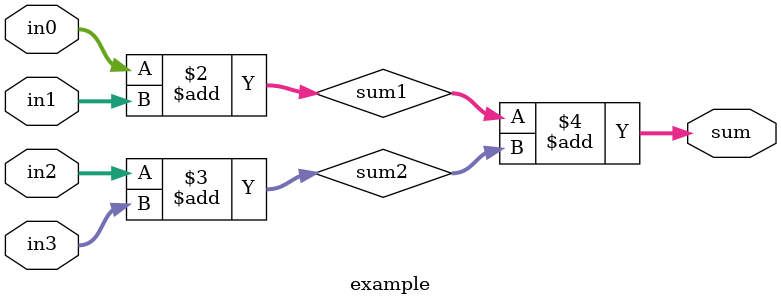
<source format=v>
module example(
    input [15:0] in0, in1, in2, in3,
    output reg [17:0] sum
);
    reg [16:0] sum1, sum2;
    always @* begin
        sum1 = in0 + in1;
        sum2 = in2 + in3;
        sum = sum1 + sum2;
    end
endmodule
</source>
